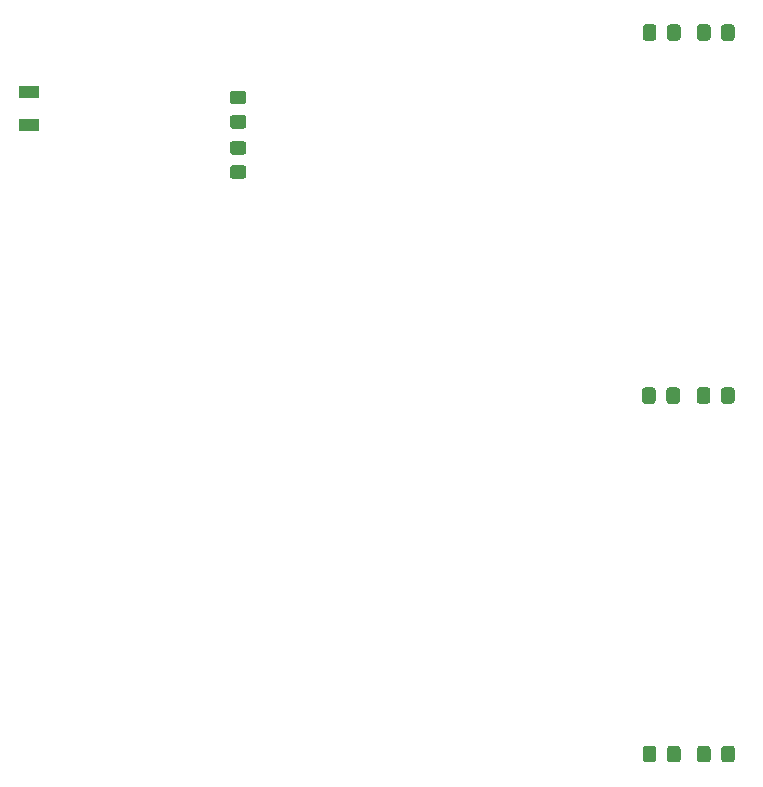
<source format=gbr>
%TF.GenerationSoftware,KiCad,Pcbnew,(5.1.6)-1*%
%TF.CreationDate,2024-05-27T20:35:23-04:00*%
%TF.ProjectId,watercooled-pi-120mm,77617465-7263-46f6-9f6c-65642d70692d,rev?*%
%TF.SameCoordinates,Original*%
%TF.FileFunction,Paste,Top*%
%TF.FilePolarity,Positive*%
%FSLAX46Y46*%
G04 Gerber Fmt 4.6, Leading zero omitted, Abs format (unit mm)*
G04 Created by KiCad (PCBNEW (5.1.6)-1) date 2024-05-27 20:35:23*
%MOMM*%
%LPD*%
G01*
G04 APERTURE LIST*
%ADD10R,1.800000X1.000000*%
G04 APERTURE END LIST*
D10*
%TO.C,F0*%
X117157500Y-56512000D03*
X117157500Y-59312000D03*
%TD*%
%TO.C,D2*%
G36*
G01*
X134423999Y-58480000D02*
X135324001Y-58480000D01*
G75*
G02*
X135574000Y-58729999I0J-249999D01*
G01*
X135574000Y-59380001D01*
G75*
G02*
X135324001Y-59630000I-249999J0D01*
G01*
X134423999Y-59630000D01*
G75*
G02*
X134174000Y-59380001I0J249999D01*
G01*
X134174000Y-58729999D01*
G75*
G02*
X134423999Y-58480000I249999J0D01*
G01*
G37*
G36*
G01*
X134423999Y-56430000D02*
X135324001Y-56430000D01*
G75*
G02*
X135574000Y-56679999I0J-249999D01*
G01*
X135574000Y-57330001D01*
G75*
G02*
X135324001Y-57580000I-249999J0D01*
G01*
X134423999Y-57580000D01*
G75*
G02*
X134174000Y-57330001I0J249999D01*
G01*
X134174000Y-56679999D01*
G75*
G02*
X134423999Y-56430000I249999J0D01*
G01*
G37*
%TD*%
%TO.C,D3*%
G36*
G01*
X176923500Y-51048499D02*
X176923500Y-51948501D01*
G75*
G02*
X176673501Y-52198500I-249999J0D01*
G01*
X176023499Y-52198500D01*
G75*
G02*
X175773500Y-51948501I0J249999D01*
G01*
X175773500Y-51048499D01*
G75*
G02*
X176023499Y-50798500I249999J0D01*
G01*
X176673501Y-50798500D01*
G75*
G02*
X176923500Y-51048499I0J-249999D01*
G01*
G37*
G36*
G01*
X174873500Y-51048499D02*
X174873500Y-51948501D01*
G75*
G02*
X174623501Y-52198500I-249999J0D01*
G01*
X173973499Y-52198500D01*
G75*
G02*
X173723500Y-51948501I0J249999D01*
G01*
X173723500Y-51048499D01*
G75*
G02*
X173973499Y-50798500I249999J0D01*
G01*
X174623501Y-50798500D01*
G75*
G02*
X174873500Y-51048499I0J-249999D01*
G01*
G37*
%TD*%
%TO.C,D4*%
G36*
G01*
X174864500Y-81782499D02*
X174864500Y-82682501D01*
G75*
G02*
X174614501Y-82932500I-249999J0D01*
G01*
X173964499Y-82932500D01*
G75*
G02*
X173714500Y-82682501I0J249999D01*
G01*
X173714500Y-81782499D01*
G75*
G02*
X173964499Y-81532500I249999J0D01*
G01*
X174614501Y-81532500D01*
G75*
G02*
X174864500Y-81782499I0J-249999D01*
G01*
G37*
G36*
G01*
X176914500Y-81782499D02*
X176914500Y-82682501D01*
G75*
G02*
X176664501Y-82932500I-249999J0D01*
G01*
X176014499Y-82932500D01*
G75*
G02*
X175764500Y-82682501I0J249999D01*
G01*
X175764500Y-81782499D01*
G75*
G02*
X176014499Y-81532500I249999J0D01*
G01*
X176664501Y-81532500D01*
G75*
G02*
X176914500Y-81782499I0J-249999D01*
G01*
G37*
%TD*%
%TO.C,D5*%
G36*
G01*
X176932500Y-112135499D02*
X176932500Y-113035501D01*
G75*
G02*
X176682501Y-113285500I-249999J0D01*
G01*
X176032499Y-113285500D01*
G75*
G02*
X175782500Y-113035501I0J249999D01*
G01*
X175782500Y-112135499D01*
G75*
G02*
X176032499Y-111885500I249999J0D01*
G01*
X176682501Y-111885500D01*
G75*
G02*
X176932500Y-112135499I0J-249999D01*
G01*
G37*
G36*
G01*
X174882500Y-112135499D02*
X174882500Y-113035501D01*
G75*
G02*
X174632501Y-113285500I-249999J0D01*
G01*
X173982499Y-113285500D01*
G75*
G02*
X173732500Y-113035501I0J249999D01*
G01*
X173732500Y-112135499D01*
G75*
G02*
X173982499Y-111885500I249999J0D01*
G01*
X174632501Y-111885500D01*
G75*
G02*
X174882500Y-112135499I0J-249999D01*
G01*
G37*
%TD*%
%TO.C,R2*%
G36*
G01*
X134423999Y-62734500D02*
X135324001Y-62734500D01*
G75*
G02*
X135574000Y-62984499I0J-249999D01*
G01*
X135574000Y-63634501D01*
G75*
G02*
X135324001Y-63884500I-249999J0D01*
G01*
X134423999Y-63884500D01*
G75*
G02*
X134174000Y-63634501I0J249999D01*
G01*
X134174000Y-62984499D01*
G75*
G02*
X134423999Y-62734500I249999J0D01*
G01*
G37*
G36*
G01*
X134423999Y-60684500D02*
X135324001Y-60684500D01*
G75*
G02*
X135574000Y-60934499I0J-249999D01*
G01*
X135574000Y-61584501D01*
G75*
G02*
X135324001Y-61834500I-249999J0D01*
G01*
X134423999Y-61834500D01*
G75*
G02*
X134174000Y-61584501I0J249999D01*
G01*
X134174000Y-60934499D01*
G75*
G02*
X134423999Y-60684500I249999J0D01*
G01*
G37*
%TD*%
%TO.C,R3*%
G36*
G01*
X172342500Y-51048499D02*
X172342500Y-51948501D01*
G75*
G02*
X172092501Y-52198500I-249999J0D01*
G01*
X171442499Y-52198500D01*
G75*
G02*
X171192500Y-51948501I0J249999D01*
G01*
X171192500Y-51048499D01*
G75*
G02*
X171442499Y-50798500I249999J0D01*
G01*
X172092501Y-50798500D01*
G75*
G02*
X172342500Y-51048499I0J-249999D01*
G01*
G37*
G36*
G01*
X170292500Y-51048499D02*
X170292500Y-51948501D01*
G75*
G02*
X170042501Y-52198500I-249999J0D01*
G01*
X169392499Y-52198500D01*
G75*
G02*
X169142500Y-51948501I0J249999D01*
G01*
X169142500Y-51048499D01*
G75*
G02*
X169392499Y-50798500I249999J0D01*
G01*
X170042501Y-50798500D01*
G75*
G02*
X170292500Y-51048499I0J-249999D01*
G01*
G37*
%TD*%
%TO.C,R4*%
G36*
G01*
X172279000Y-81782499D02*
X172279000Y-82682501D01*
G75*
G02*
X172029001Y-82932500I-249999J0D01*
G01*
X171378999Y-82932500D01*
G75*
G02*
X171129000Y-82682501I0J249999D01*
G01*
X171129000Y-81782499D01*
G75*
G02*
X171378999Y-81532500I249999J0D01*
G01*
X172029001Y-81532500D01*
G75*
G02*
X172279000Y-81782499I0J-249999D01*
G01*
G37*
G36*
G01*
X170229000Y-81782499D02*
X170229000Y-82682501D01*
G75*
G02*
X169979001Y-82932500I-249999J0D01*
G01*
X169328999Y-82932500D01*
G75*
G02*
X169079000Y-82682501I0J249999D01*
G01*
X169079000Y-81782499D01*
G75*
G02*
X169328999Y-81532500I249999J0D01*
G01*
X169979001Y-81532500D01*
G75*
G02*
X170229000Y-81782499I0J-249999D01*
G01*
G37*
%TD*%
%TO.C,R5*%
G36*
G01*
X170292500Y-112135499D02*
X170292500Y-113035501D01*
G75*
G02*
X170042501Y-113285500I-249999J0D01*
G01*
X169392499Y-113285500D01*
G75*
G02*
X169142500Y-113035501I0J249999D01*
G01*
X169142500Y-112135499D01*
G75*
G02*
X169392499Y-111885500I249999J0D01*
G01*
X170042501Y-111885500D01*
G75*
G02*
X170292500Y-112135499I0J-249999D01*
G01*
G37*
G36*
G01*
X172342500Y-112135499D02*
X172342500Y-113035501D01*
G75*
G02*
X172092501Y-113285500I-249999J0D01*
G01*
X171442499Y-113285500D01*
G75*
G02*
X171192500Y-113035501I0J249999D01*
G01*
X171192500Y-112135499D01*
G75*
G02*
X171442499Y-111885500I249999J0D01*
G01*
X172092501Y-111885500D01*
G75*
G02*
X172342500Y-112135499I0J-249999D01*
G01*
G37*
%TD*%
M02*

</source>
